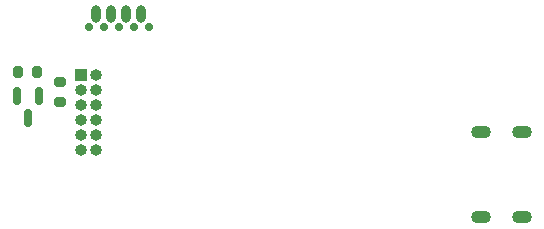
<source format=gbr>
%TF.GenerationSoftware,KiCad,Pcbnew,(6.0.9)*%
%TF.CreationDate,2022-11-24T16:48:46+01:00*%
%TF.ProjectId,LDAD ATOM PRO,4c444144-2041-4544-9f4d-2050524f2e6b,5.3*%
%TF.SameCoordinates,Original*%
%TF.FileFunction,Soldermask,Bot*%
%TF.FilePolarity,Negative*%
%FSLAX46Y46*%
G04 Gerber Fmt 4.6, Leading zero omitted, Abs format (unit mm)*
G04 Created by KiCad (PCBNEW (6.0.9)) date 2022-11-24 16:48:46*
%MOMM*%
%LPD*%
G01*
G04 APERTURE LIST*
G04 Aperture macros list*
%AMRoundRect*
0 Rectangle with rounded corners*
0 $1 Rounding radius*
0 $2 $3 $4 $5 $6 $7 $8 $9 X,Y pos of 4 corners*
0 Add a 4 corners polygon primitive as box body*
4,1,4,$2,$3,$4,$5,$6,$7,$8,$9,$2,$3,0*
0 Add four circle primitives for the rounded corners*
1,1,$1+$1,$2,$3*
1,1,$1+$1,$4,$5*
1,1,$1+$1,$6,$7*
1,1,$1+$1,$8,$9*
0 Add four rect primitives between the rounded corners*
20,1,$1+$1,$2,$3,$4,$5,0*
20,1,$1+$1,$4,$5,$6,$7,0*
20,1,$1+$1,$6,$7,$8,$9,0*
20,1,$1+$1,$8,$9,$2,$3,0*%
G04 Aperture macros list end*
%ADD10O,1.700000X1.100000*%
%ADD11R,1.000000X1.000000*%
%ADD12O,1.000000X1.000000*%
%ADD13C,0.700000*%
%ADD14O,0.800000X1.500000*%
%ADD15RoundRect,0.200000X0.275000X-0.200000X0.275000X0.200000X-0.275000X0.200000X-0.275000X-0.200000X0*%
%ADD16RoundRect,0.150000X-0.150000X0.587500X-0.150000X-0.587500X0.150000X-0.587500X0.150000X0.587500X0*%
%ADD17RoundRect,0.200000X-0.200000X-0.275000X0.200000X-0.275000X0.200000X0.275000X-0.200000X0.275000X0*%
G04 APERTURE END LIST*
D10*
%TO.C,J2*%
X156990000Y-97160000D03*
X160470000Y-97140000D03*
X160470000Y-104360000D03*
X157000000Y-104350000D03*
%TD*%
D11*
%TO.C,J1*%
X123205000Y-92335000D03*
D12*
X124475000Y-92335000D03*
X123205000Y-93605000D03*
X124475000Y-93605000D03*
X123205000Y-94875000D03*
X124475000Y-94875000D03*
X123205000Y-96145000D03*
X124475000Y-96145000D03*
X123205000Y-97415000D03*
X124475000Y-97415000D03*
X123205000Y-98685000D03*
X124475000Y-98685000D03*
%TD*%
D13*
%TO.C,ICSP1*%
X125100000Y-88305500D03*
X126370000Y-88305500D03*
X123830000Y-88305500D03*
X128910000Y-88305500D03*
X127640000Y-88305500D03*
D14*
X128275000Y-87150500D03*
X127005000Y-87150500D03*
X125735000Y-87150500D03*
X124465000Y-87150500D03*
%TD*%
D15*
%TO.C,MCPC2*%
X121380000Y-94605000D03*
X121380000Y-92955000D03*
%TD*%
D16*
%TO.C,U1*%
X117720000Y-94112500D03*
X119620000Y-94112500D03*
X118670000Y-95987500D03*
%TD*%
D17*
%TO.C,MCPC1*%
X117805000Y-92070000D03*
X119455000Y-92070000D03*
%TD*%
M02*

</source>
